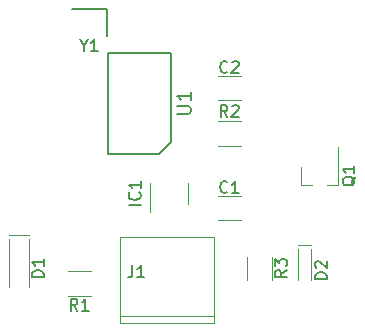
<source format=gbr>
G04 #@! TF.FileFunction,Legend,Top*
%FSLAX46Y46*%
G04 Gerber Fmt 4.6, Leading zero omitted, Abs format (unit mm)*
G04 Created by KiCad (PCBNEW 4.0.7) date 01/03/18 15:17:12*
%MOMM*%
%LPD*%
G01*
G04 APERTURE LIST*
%ADD10C,0.100000*%
%ADD11C,0.120000*%
%ADD12C,0.150000*%
G04 APERTURE END LIST*
D10*
D11*
X166100000Y-123440000D02*
X164100000Y-123440000D01*
X164100000Y-125480000D02*
X166100000Y-125480000D01*
X166100000Y-113280000D02*
X164100000Y-113280000D01*
X164100000Y-115320000D02*
X166100000Y-115320000D01*
X161630000Y-124090000D02*
X161630000Y-122290000D01*
X158410000Y-122290000D02*
X158410000Y-124740000D01*
X155830000Y-134200000D02*
X163830000Y-134200000D01*
X155830000Y-126880000D02*
X163830000Y-126880000D01*
X163830000Y-126880000D02*
X163830000Y-134200000D01*
X163830000Y-133580000D02*
X155830000Y-133580000D01*
X155830000Y-134200000D02*
X155830000Y-126880000D01*
X171140000Y-122450000D02*
X172070000Y-122450000D01*
X174300000Y-122450000D02*
X173370000Y-122450000D01*
X174300000Y-122450000D02*
X174300000Y-119290000D01*
X171140000Y-122450000D02*
X171140000Y-120990000D01*
X151400000Y-129740000D02*
X153400000Y-129740000D01*
X153400000Y-131880000D02*
X151400000Y-131880000D01*
X166100000Y-119180000D02*
X164100000Y-119180000D01*
X164100000Y-117040000D02*
X166100000Y-117040000D01*
X166570000Y-130540000D02*
X166570000Y-128540000D01*
X168710000Y-128540000D02*
X168710000Y-130540000D01*
D12*
X154732000Y-107562000D02*
X151732000Y-107562000D01*
X154732000Y-109862000D02*
X154732000Y-107562000D01*
X159111624Y-119865776D02*
X160111624Y-118865776D01*
X160111624Y-118865776D02*
X160111624Y-111265776D01*
X160111624Y-111265776D02*
X154821624Y-111265776D01*
X154821624Y-111265776D02*
X154821624Y-119865776D01*
X154821624Y-119865776D02*
X159111624Y-119865776D01*
D11*
X148170000Y-126746000D02*
X146470000Y-126746000D01*
X146470000Y-127090000D02*
X146470000Y-131140000D01*
X148170000Y-127090000D02*
X148170000Y-131140000D01*
X172000000Y-127551000D02*
X170900000Y-127551000D01*
X170900000Y-127910000D02*
X170900000Y-130510000D01*
X172000000Y-127910000D02*
X172000000Y-130510000D01*
D12*
X164933334Y-123067143D02*
X164885715Y-123114762D01*
X164742858Y-123162381D01*
X164647620Y-123162381D01*
X164504762Y-123114762D01*
X164409524Y-123019524D01*
X164361905Y-122924286D01*
X164314286Y-122733810D01*
X164314286Y-122590952D01*
X164361905Y-122400476D01*
X164409524Y-122305238D01*
X164504762Y-122210000D01*
X164647620Y-122162381D01*
X164742858Y-122162381D01*
X164885715Y-122210000D01*
X164933334Y-122257619D01*
X165885715Y-123162381D02*
X165314286Y-123162381D01*
X165600000Y-123162381D02*
X165600000Y-122162381D01*
X165504762Y-122305238D01*
X165409524Y-122400476D01*
X165314286Y-122448095D01*
X164933334Y-112907143D02*
X164885715Y-112954762D01*
X164742858Y-113002381D01*
X164647620Y-113002381D01*
X164504762Y-112954762D01*
X164409524Y-112859524D01*
X164361905Y-112764286D01*
X164314286Y-112573810D01*
X164314286Y-112430952D01*
X164361905Y-112240476D01*
X164409524Y-112145238D01*
X164504762Y-112050000D01*
X164647620Y-112002381D01*
X164742858Y-112002381D01*
X164885715Y-112050000D01*
X164933334Y-112097619D01*
X165314286Y-112097619D02*
X165361905Y-112050000D01*
X165457143Y-112002381D01*
X165695239Y-112002381D01*
X165790477Y-112050000D01*
X165838096Y-112097619D01*
X165885715Y-112192857D01*
X165885715Y-112288095D01*
X165838096Y-112430952D01*
X165266667Y-113002381D01*
X165885715Y-113002381D01*
X157572381Y-124166190D02*
X156572381Y-124166190D01*
X157477143Y-123118571D02*
X157524762Y-123166190D01*
X157572381Y-123309047D01*
X157572381Y-123404285D01*
X157524762Y-123547143D01*
X157429524Y-123642381D01*
X157334286Y-123690000D01*
X157143810Y-123737619D01*
X157000952Y-123737619D01*
X156810476Y-123690000D01*
X156715238Y-123642381D01*
X156620000Y-123547143D01*
X156572381Y-123404285D01*
X156572381Y-123309047D01*
X156620000Y-123166190D01*
X156667619Y-123118571D01*
X157572381Y-122166190D02*
X157572381Y-122737619D01*
X157572381Y-122451905D02*
X156572381Y-122451905D01*
X156715238Y-122547143D01*
X156810476Y-122642381D01*
X156858095Y-122737619D01*
X156885667Y-129294381D02*
X156885667Y-130008667D01*
X156838047Y-130151524D01*
X156742809Y-130246762D01*
X156599952Y-130294381D01*
X156504714Y-130294381D01*
X157885667Y-130294381D02*
X157314238Y-130294381D01*
X157599952Y-130294381D02*
X157599952Y-129294381D01*
X157504714Y-129437238D01*
X157409476Y-129532476D01*
X157314238Y-129580095D01*
X175767619Y-121785238D02*
X175720000Y-121880476D01*
X175624762Y-121975714D01*
X175481905Y-122118571D01*
X175434286Y-122213810D01*
X175434286Y-122309048D01*
X175672381Y-122261429D02*
X175624762Y-122356667D01*
X175529524Y-122451905D01*
X175339048Y-122499524D01*
X175005714Y-122499524D01*
X174815238Y-122451905D01*
X174720000Y-122356667D01*
X174672381Y-122261429D01*
X174672381Y-122070952D01*
X174720000Y-121975714D01*
X174815238Y-121880476D01*
X175005714Y-121832857D01*
X175339048Y-121832857D01*
X175529524Y-121880476D01*
X175624762Y-121975714D01*
X175672381Y-122070952D01*
X175672381Y-122261429D01*
X175672381Y-120880476D02*
X175672381Y-121451905D01*
X175672381Y-121166191D02*
X174672381Y-121166191D01*
X174815238Y-121261429D01*
X174910476Y-121356667D01*
X174958095Y-121451905D01*
X152233334Y-133112381D02*
X151900000Y-132636190D01*
X151661905Y-133112381D02*
X151661905Y-132112381D01*
X152042858Y-132112381D01*
X152138096Y-132160000D01*
X152185715Y-132207619D01*
X152233334Y-132302857D01*
X152233334Y-132445714D01*
X152185715Y-132540952D01*
X152138096Y-132588571D01*
X152042858Y-132636190D01*
X151661905Y-132636190D01*
X153185715Y-133112381D02*
X152614286Y-133112381D01*
X152900000Y-133112381D02*
X152900000Y-132112381D01*
X152804762Y-132255238D01*
X152709524Y-132350476D01*
X152614286Y-132398095D01*
X164933334Y-116712381D02*
X164600000Y-116236190D01*
X164361905Y-116712381D02*
X164361905Y-115712381D01*
X164742858Y-115712381D01*
X164838096Y-115760000D01*
X164885715Y-115807619D01*
X164933334Y-115902857D01*
X164933334Y-116045714D01*
X164885715Y-116140952D01*
X164838096Y-116188571D01*
X164742858Y-116236190D01*
X164361905Y-116236190D01*
X165314286Y-115807619D02*
X165361905Y-115760000D01*
X165457143Y-115712381D01*
X165695239Y-115712381D01*
X165790477Y-115760000D01*
X165838096Y-115807619D01*
X165885715Y-115902857D01*
X165885715Y-115998095D01*
X165838096Y-116140952D01*
X165266667Y-116712381D01*
X165885715Y-116712381D01*
X169942381Y-129706666D02*
X169466190Y-130040000D01*
X169942381Y-130278095D02*
X168942381Y-130278095D01*
X168942381Y-129897142D01*
X168990000Y-129801904D01*
X169037619Y-129754285D01*
X169132857Y-129706666D01*
X169275714Y-129706666D01*
X169370952Y-129754285D01*
X169418571Y-129801904D01*
X169466190Y-129897142D01*
X169466190Y-130278095D01*
X168942381Y-129373333D02*
X168942381Y-128754285D01*
X169323333Y-129087619D01*
X169323333Y-128944761D01*
X169370952Y-128849523D01*
X169418571Y-128801904D01*
X169513810Y-128754285D01*
X169751905Y-128754285D01*
X169847143Y-128801904D01*
X169894762Y-128849523D01*
X169942381Y-128944761D01*
X169942381Y-129230476D01*
X169894762Y-129325714D01*
X169847143Y-129373333D01*
X152755809Y-110688190D02*
X152755809Y-111164381D01*
X152422476Y-110164381D02*
X152755809Y-110688190D01*
X153089143Y-110164381D01*
X153946286Y-111164381D02*
X153374857Y-111164381D01*
X153660571Y-111164381D02*
X153660571Y-110164381D01*
X153565333Y-110307238D01*
X153470095Y-110402476D01*
X153374857Y-110450095D01*
X160654481Y-116480062D02*
X161625910Y-116480062D01*
X161740195Y-116422919D01*
X161797338Y-116365776D01*
X161854481Y-116251490D01*
X161854481Y-116022919D01*
X161797338Y-115908633D01*
X161740195Y-115851490D01*
X161625910Y-115794347D01*
X160654481Y-115794347D01*
X161854481Y-114594347D02*
X161854481Y-115280062D01*
X161854481Y-114937204D02*
X160654481Y-114937204D01*
X160825910Y-115051490D01*
X160940195Y-115165776D01*
X160997338Y-115280062D01*
X149372381Y-130278095D02*
X148372381Y-130278095D01*
X148372381Y-130040000D01*
X148420000Y-129897142D01*
X148515238Y-129801904D01*
X148610476Y-129754285D01*
X148800952Y-129706666D01*
X148943810Y-129706666D01*
X149134286Y-129754285D01*
X149229524Y-129801904D01*
X149324762Y-129897142D01*
X149372381Y-130040000D01*
X149372381Y-130278095D01*
X149372381Y-128754285D02*
X149372381Y-129325714D01*
X149372381Y-129040000D02*
X148372381Y-129040000D01*
X148515238Y-129135238D01*
X148610476Y-129230476D01*
X148658095Y-129325714D01*
X173352381Y-130448095D02*
X172352381Y-130448095D01*
X172352381Y-130210000D01*
X172400000Y-130067142D01*
X172495238Y-129971904D01*
X172590476Y-129924285D01*
X172780952Y-129876666D01*
X172923810Y-129876666D01*
X173114286Y-129924285D01*
X173209524Y-129971904D01*
X173304762Y-130067142D01*
X173352381Y-130210000D01*
X173352381Y-130448095D01*
X172447619Y-129495714D02*
X172400000Y-129448095D01*
X172352381Y-129352857D01*
X172352381Y-129114761D01*
X172400000Y-129019523D01*
X172447619Y-128971904D01*
X172542857Y-128924285D01*
X172638095Y-128924285D01*
X172780952Y-128971904D01*
X173352381Y-129543333D01*
X173352381Y-128924285D01*
M02*

</source>
